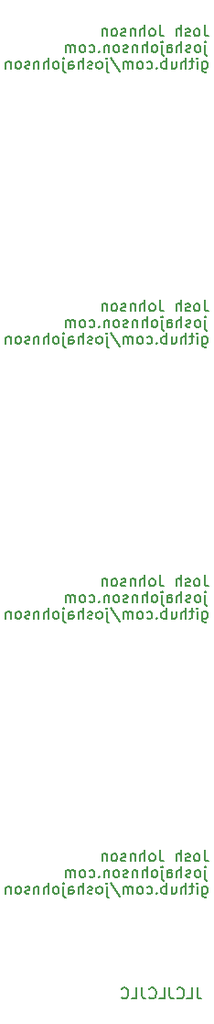
<source format=gbr>
G04 #@! TF.GenerationSoftware,KiCad,Pcbnew,(5.1.2)-1*
G04 #@! TF.CreationDate,2019-07-17T12:19:40+10:00*
G04 #@! TF.ProjectId,output.panel,6f757470-7574-42e7-9061-6e656c2e6b69,rev?*
G04 #@! TF.SameCoordinates,Original*
G04 #@! TF.FileFunction,Legend,Bot*
G04 #@! TF.FilePolarity,Positive*
%FSLAX46Y46*%
G04 Gerber Fmt 4.6, Leading zero omitted, Abs format (unit mm)*
G04 Created by KiCad (PCBNEW (5.1.2)-1) date 2019-07-17 12:19:40*
%MOMM*%
%LPD*%
G04 APERTURE LIST*
%ADD10C,0.200000*%
%ADD11C,0.150000*%
G04 APERTURE END LIST*
D10*
X129833333Y-152952380D02*
X129833333Y-153666666D01*
X129880952Y-153809523D01*
X129976190Y-153904761D01*
X130119047Y-153952380D01*
X130214285Y-153952380D01*
X128880952Y-153952380D02*
X129357142Y-153952380D01*
X129357142Y-152952380D01*
X127976190Y-153857142D02*
X128023809Y-153904761D01*
X128166666Y-153952380D01*
X128261904Y-153952380D01*
X128404761Y-153904761D01*
X128500000Y-153809523D01*
X128547619Y-153714285D01*
X128595238Y-153523809D01*
X128595238Y-153380952D01*
X128547619Y-153190476D01*
X128500000Y-153095238D01*
X128404761Y-153000000D01*
X128261904Y-152952380D01*
X128166666Y-152952380D01*
X128023809Y-153000000D01*
X127976190Y-153047619D01*
X127261904Y-152952380D02*
X127261904Y-153666666D01*
X127309523Y-153809523D01*
X127404761Y-153904761D01*
X127547619Y-153952380D01*
X127642857Y-153952380D01*
X126309523Y-153952380D02*
X126785714Y-153952380D01*
X126785714Y-152952380D01*
X125404761Y-153857142D02*
X125452380Y-153904761D01*
X125595238Y-153952380D01*
X125690476Y-153952380D01*
X125833333Y-153904761D01*
X125928571Y-153809523D01*
X125976190Y-153714285D01*
X126023809Y-153523809D01*
X126023809Y-153380952D01*
X125976190Y-153190476D01*
X125928571Y-153095238D01*
X125833333Y-153000000D01*
X125690476Y-152952380D01*
X125595238Y-152952380D01*
X125452380Y-153000000D01*
X125404761Y-153047619D01*
X124690476Y-152952380D02*
X124690476Y-153666666D01*
X124738095Y-153809523D01*
X124833333Y-153904761D01*
X124976190Y-153952380D01*
X125071428Y-153952380D01*
X123738095Y-153952380D02*
X124214285Y-153952380D01*
X124214285Y-152952380D01*
X122833333Y-153857142D02*
X122880952Y-153904761D01*
X123023809Y-153952380D01*
X123119047Y-153952380D01*
X123261904Y-153904761D01*
X123357142Y-153809523D01*
X123404761Y-153714285D01*
X123452380Y-153523809D01*
X123452380Y-153380952D01*
X123404761Y-153190476D01*
X123357142Y-153095238D01*
X123261904Y-153000000D01*
X123119047Y-152952380D01*
X123023809Y-152952380D01*
X122880952Y-153000000D01*
X122833333Y-153047619D01*
D11*
X130495238Y-140252380D02*
X130495238Y-140966666D01*
X130542857Y-141109523D01*
X130638095Y-141204761D01*
X130780952Y-141252380D01*
X130876190Y-141252380D01*
X129876190Y-141252380D02*
X129971428Y-141204761D01*
X130019047Y-141157142D01*
X130066666Y-141061904D01*
X130066666Y-140776190D01*
X130019047Y-140680952D01*
X129971428Y-140633333D01*
X129876190Y-140585714D01*
X129733333Y-140585714D01*
X129638095Y-140633333D01*
X129590476Y-140680952D01*
X129542857Y-140776190D01*
X129542857Y-141061904D01*
X129590476Y-141157142D01*
X129638095Y-141204761D01*
X129733333Y-141252380D01*
X129876190Y-141252380D01*
X129161904Y-141204761D02*
X129066666Y-141252380D01*
X128876190Y-141252380D01*
X128780952Y-141204761D01*
X128733333Y-141109523D01*
X128733333Y-141061904D01*
X128780952Y-140966666D01*
X128876190Y-140919047D01*
X129019047Y-140919047D01*
X129114285Y-140871428D01*
X129161904Y-140776190D01*
X129161904Y-140728571D01*
X129114285Y-140633333D01*
X129019047Y-140585714D01*
X128876190Y-140585714D01*
X128780952Y-140633333D01*
X128304761Y-141252380D02*
X128304761Y-140252380D01*
X127876190Y-141252380D02*
X127876190Y-140728571D01*
X127923809Y-140633333D01*
X128019047Y-140585714D01*
X128161904Y-140585714D01*
X128257142Y-140633333D01*
X128304761Y-140680952D01*
X126352380Y-140252380D02*
X126352380Y-140966666D01*
X126400000Y-141109523D01*
X126495238Y-141204761D01*
X126638095Y-141252380D01*
X126733333Y-141252380D01*
X125733333Y-141252380D02*
X125828571Y-141204761D01*
X125876190Y-141157142D01*
X125923809Y-141061904D01*
X125923809Y-140776190D01*
X125876190Y-140680952D01*
X125828571Y-140633333D01*
X125733333Y-140585714D01*
X125590476Y-140585714D01*
X125495238Y-140633333D01*
X125447619Y-140680952D01*
X125400000Y-140776190D01*
X125400000Y-141061904D01*
X125447619Y-141157142D01*
X125495238Y-141204761D01*
X125590476Y-141252380D01*
X125733333Y-141252380D01*
X124971428Y-141252380D02*
X124971428Y-140252380D01*
X124542857Y-141252380D02*
X124542857Y-140728571D01*
X124590476Y-140633333D01*
X124685714Y-140585714D01*
X124828571Y-140585714D01*
X124923809Y-140633333D01*
X124971428Y-140680952D01*
X124066666Y-140585714D02*
X124066666Y-141252380D01*
X124066666Y-140680952D02*
X124019047Y-140633333D01*
X123923809Y-140585714D01*
X123780952Y-140585714D01*
X123685714Y-140633333D01*
X123638095Y-140728571D01*
X123638095Y-141252380D01*
X123209523Y-141204761D02*
X123114285Y-141252380D01*
X122923809Y-141252380D01*
X122828571Y-141204761D01*
X122780952Y-141109523D01*
X122780952Y-141061904D01*
X122828571Y-140966666D01*
X122923809Y-140919047D01*
X123066666Y-140919047D01*
X123161904Y-140871428D01*
X123209523Y-140776190D01*
X123209523Y-140728571D01*
X123161904Y-140633333D01*
X123066666Y-140585714D01*
X122923809Y-140585714D01*
X122828571Y-140633333D01*
X122209523Y-141252380D02*
X122304761Y-141204761D01*
X122352380Y-141157142D01*
X122400000Y-141061904D01*
X122400000Y-140776190D01*
X122352380Y-140680952D01*
X122304761Y-140633333D01*
X122209523Y-140585714D01*
X122066666Y-140585714D01*
X121971428Y-140633333D01*
X121923809Y-140680952D01*
X121876190Y-140776190D01*
X121876190Y-141061904D01*
X121923809Y-141157142D01*
X121971428Y-141204761D01*
X122066666Y-141252380D01*
X122209523Y-141252380D01*
X121447619Y-140585714D02*
X121447619Y-141252380D01*
X121447619Y-140680952D02*
X121400000Y-140633333D01*
X121304761Y-140585714D01*
X121161904Y-140585714D01*
X121066666Y-140633333D01*
X121019047Y-140728571D01*
X121019047Y-141252380D01*
X130552380Y-142085714D02*
X130552380Y-142942857D01*
X130600000Y-143038095D01*
X130695238Y-143085714D01*
X130742857Y-143085714D01*
X130552380Y-141752380D02*
X130600000Y-141800000D01*
X130552380Y-141847619D01*
X130504761Y-141800000D01*
X130552380Y-141752380D01*
X130552380Y-141847619D01*
X129933333Y-142752380D02*
X130028571Y-142704761D01*
X130076190Y-142657142D01*
X130123809Y-142561904D01*
X130123809Y-142276190D01*
X130076190Y-142180952D01*
X130028571Y-142133333D01*
X129933333Y-142085714D01*
X129790476Y-142085714D01*
X129695238Y-142133333D01*
X129647619Y-142180952D01*
X129600000Y-142276190D01*
X129600000Y-142561904D01*
X129647619Y-142657142D01*
X129695238Y-142704761D01*
X129790476Y-142752380D01*
X129933333Y-142752380D01*
X129219047Y-142704761D02*
X129123809Y-142752380D01*
X128933333Y-142752380D01*
X128838095Y-142704761D01*
X128790476Y-142609523D01*
X128790476Y-142561904D01*
X128838095Y-142466666D01*
X128933333Y-142419047D01*
X129076190Y-142419047D01*
X129171428Y-142371428D01*
X129219047Y-142276190D01*
X129219047Y-142228571D01*
X129171428Y-142133333D01*
X129076190Y-142085714D01*
X128933333Y-142085714D01*
X128838095Y-142133333D01*
X128361904Y-142752380D02*
X128361904Y-141752380D01*
X127933333Y-142752380D02*
X127933333Y-142228571D01*
X127980952Y-142133333D01*
X128076190Y-142085714D01*
X128219047Y-142085714D01*
X128314285Y-142133333D01*
X128361904Y-142180952D01*
X127028571Y-142752380D02*
X127028571Y-142228571D01*
X127076190Y-142133333D01*
X127171428Y-142085714D01*
X127361904Y-142085714D01*
X127457142Y-142133333D01*
X127028571Y-142704761D02*
X127123809Y-142752380D01*
X127361904Y-142752380D01*
X127457142Y-142704761D01*
X127504761Y-142609523D01*
X127504761Y-142514285D01*
X127457142Y-142419047D01*
X127361904Y-142371428D01*
X127123809Y-142371428D01*
X127028571Y-142323809D01*
X126552380Y-142085714D02*
X126552380Y-142942857D01*
X126600000Y-143038095D01*
X126695238Y-143085714D01*
X126742857Y-143085714D01*
X126552380Y-141752380D02*
X126600000Y-141800000D01*
X126552380Y-141847619D01*
X126504761Y-141800000D01*
X126552380Y-141752380D01*
X126552380Y-141847619D01*
X125933333Y-142752380D02*
X126028571Y-142704761D01*
X126076190Y-142657142D01*
X126123809Y-142561904D01*
X126123809Y-142276190D01*
X126076190Y-142180952D01*
X126028571Y-142133333D01*
X125933333Y-142085714D01*
X125790476Y-142085714D01*
X125695238Y-142133333D01*
X125647619Y-142180952D01*
X125600000Y-142276190D01*
X125600000Y-142561904D01*
X125647619Y-142657142D01*
X125695238Y-142704761D01*
X125790476Y-142752380D01*
X125933333Y-142752380D01*
X125171428Y-142752380D02*
X125171428Y-141752380D01*
X124742857Y-142752380D02*
X124742857Y-142228571D01*
X124790476Y-142133333D01*
X124885714Y-142085714D01*
X125028571Y-142085714D01*
X125123809Y-142133333D01*
X125171428Y-142180952D01*
X124266666Y-142085714D02*
X124266666Y-142752380D01*
X124266666Y-142180952D02*
X124219047Y-142133333D01*
X124123809Y-142085714D01*
X123980952Y-142085714D01*
X123885714Y-142133333D01*
X123838095Y-142228571D01*
X123838095Y-142752380D01*
X123409523Y-142704761D02*
X123314285Y-142752380D01*
X123123809Y-142752380D01*
X123028571Y-142704761D01*
X122980952Y-142609523D01*
X122980952Y-142561904D01*
X123028571Y-142466666D01*
X123123809Y-142419047D01*
X123266666Y-142419047D01*
X123361904Y-142371428D01*
X123409523Y-142276190D01*
X123409523Y-142228571D01*
X123361904Y-142133333D01*
X123266666Y-142085714D01*
X123123809Y-142085714D01*
X123028571Y-142133333D01*
X122409523Y-142752380D02*
X122504761Y-142704761D01*
X122552380Y-142657142D01*
X122600000Y-142561904D01*
X122600000Y-142276190D01*
X122552380Y-142180952D01*
X122504761Y-142133333D01*
X122409523Y-142085714D01*
X122266666Y-142085714D01*
X122171428Y-142133333D01*
X122123809Y-142180952D01*
X122076190Y-142276190D01*
X122076190Y-142561904D01*
X122123809Y-142657142D01*
X122171428Y-142704761D01*
X122266666Y-142752380D01*
X122409523Y-142752380D01*
X121647619Y-142085714D02*
X121647619Y-142752380D01*
X121647619Y-142180952D02*
X121600000Y-142133333D01*
X121504761Y-142085714D01*
X121361904Y-142085714D01*
X121266666Y-142133333D01*
X121219047Y-142228571D01*
X121219047Y-142752380D01*
X120742857Y-142657142D02*
X120695238Y-142704761D01*
X120742857Y-142752380D01*
X120790476Y-142704761D01*
X120742857Y-142657142D01*
X120742857Y-142752380D01*
X119838095Y-142704761D02*
X119933333Y-142752380D01*
X120123809Y-142752380D01*
X120219047Y-142704761D01*
X120266666Y-142657142D01*
X120314285Y-142561904D01*
X120314285Y-142276190D01*
X120266666Y-142180952D01*
X120219047Y-142133333D01*
X120123809Y-142085714D01*
X119933333Y-142085714D01*
X119838095Y-142133333D01*
X119266666Y-142752380D02*
X119361904Y-142704761D01*
X119409523Y-142657142D01*
X119457142Y-142561904D01*
X119457142Y-142276190D01*
X119409523Y-142180952D01*
X119361904Y-142133333D01*
X119266666Y-142085714D01*
X119123809Y-142085714D01*
X119028571Y-142133333D01*
X118980952Y-142180952D01*
X118933333Y-142276190D01*
X118933333Y-142561904D01*
X118980952Y-142657142D01*
X119028571Y-142704761D01*
X119123809Y-142752380D01*
X119266666Y-142752380D01*
X118504761Y-142752380D02*
X118504761Y-142085714D01*
X118504761Y-142180952D02*
X118457142Y-142133333D01*
X118361904Y-142085714D01*
X118219047Y-142085714D01*
X118123809Y-142133333D01*
X118076190Y-142228571D01*
X118076190Y-142752380D01*
X118076190Y-142228571D02*
X118028571Y-142133333D01*
X117933333Y-142085714D01*
X117790476Y-142085714D01*
X117695238Y-142133333D01*
X117647619Y-142228571D01*
X117647619Y-142752380D01*
X130307352Y-143617714D02*
X130307352Y-144427238D01*
X130354971Y-144522476D01*
X130402590Y-144570095D01*
X130497828Y-144617714D01*
X130640685Y-144617714D01*
X130735923Y-144570095D01*
X130307352Y-144236761D02*
X130402590Y-144284380D01*
X130593066Y-144284380D01*
X130688304Y-144236761D01*
X130735923Y-144189142D01*
X130783542Y-144093904D01*
X130783542Y-143808190D01*
X130735923Y-143712952D01*
X130688304Y-143665333D01*
X130593066Y-143617714D01*
X130402590Y-143617714D01*
X130307352Y-143665333D01*
X129831161Y-144284380D02*
X129831161Y-143617714D01*
X129831161Y-143284380D02*
X129878780Y-143332000D01*
X129831161Y-143379619D01*
X129783542Y-143332000D01*
X129831161Y-143284380D01*
X129831161Y-143379619D01*
X129497828Y-143617714D02*
X129116876Y-143617714D01*
X129354971Y-143284380D02*
X129354971Y-144141523D01*
X129307352Y-144236761D01*
X129212114Y-144284380D01*
X129116876Y-144284380D01*
X128783542Y-144284380D02*
X128783542Y-143284380D01*
X128354971Y-144284380D02*
X128354971Y-143760571D01*
X128402590Y-143665333D01*
X128497828Y-143617714D01*
X128640685Y-143617714D01*
X128735923Y-143665333D01*
X128783542Y-143712952D01*
X127450209Y-143617714D02*
X127450209Y-144284380D01*
X127878780Y-143617714D02*
X127878780Y-144141523D01*
X127831161Y-144236761D01*
X127735923Y-144284380D01*
X127593066Y-144284380D01*
X127497828Y-144236761D01*
X127450209Y-144189142D01*
X126974019Y-144284380D02*
X126974019Y-143284380D01*
X126974019Y-143665333D02*
X126878780Y-143617714D01*
X126688304Y-143617714D01*
X126593066Y-143665333D01*
X126545447Y-143712952D01*
X126497828Y-143808190D01*
X126497828Y-144093904D01*
X126545447Y-144189142D01*
X126593066Y-144236761D01*
X126688304Y-144284380D01*
X126878780Y-144284380D01*
X126974019Y-144236761D01*
X126069257Y-144189142D02*
X126021638Y-144236761D01*
X126069257Y-144284380D01*
X126116876Y-144236761D01*
X126069257Y-144189142D01*
X126069257Y-144284380D01*
X125164495Y-144236761D02*
X125259733Y-144284380D01*
X125450209Y-144284380D01*
X125545447Y-144236761D01*
X125593066Y-144189142D01*
X125640685Y-144093904D01*
X125640685Y-143808190D01*
X125593066Y-143712952D01*
X125545447Y-143665333D01*
X125450209Y-143617714D01*
X125259733Y-143617714D01*
X125164495Y-143665333D01*
X124593066Y-144284380D02*
X124688304Y-144236761D01*
X124735923Y-144189142D01*
X124783542Y-144093904D01*
X124783542Y-143808190D01*
X124735923Y-143712952D01*
X124688304Y-143665333D01*
X124593066Y-143617714D01*
X124450209Y-143617714D01*
X124354971Y-143665333D01*
X124307352Y-143712952D01*
X124259733Y-143808190D01*
X124259733Y-144093904D01*
X124307352Y-144189142D01*
X124354971Y-144236761D01*
X124450209Y-144284380D01*
X124593066Y-144284380D01*
X123831161Y-144284380D02*
X123831161Y-143617714D01*
X123831161Y-143712952D02*
X123783542Y-143665333D01*
X123688304Y-143617714D01*
X123545447Y-143617714D01*
X123450209Y-143665333D01*
X123402590Y-143760571D01*
X123402590Y-144284380D01*
X123402590Y-143760571D02*
X123354971Y-143665333D01*
X123259733Y-143617714D01*
X123116876Y-143617714D01*
X123021638Y-143665333D01*
X122974019Y-143760571D01*
X122974019Y-144284380D01*
X121783542Y-143236761D02*
X122640685Y-144522476D01*
X121450209Y-143617714D02*
X121450209Y-144474857D01*
X121497828Y-144570095D01*
X121593066Y-144617714D01*
X121640685Y-144617714D01*
X121450209Y-143284380D02*
X121497828Y-143332000D01*
X121450209Y-143379619D01*
X121402590Y-143332000D01*
X121450209Y-143284380D01*
X121450209Y-143379619D01*
X120831161Y-144284380D02*
X120926400Y-144236761D01*
X120974019Y-144189142D01*
X121021638Y-144093904D01*
X121021638Y-143808190D01*
X120974019Y-143712952D01*
X120926400Y-143665333D01*
X120831161Y-143617714D01*
X120688304Y-143617714D01*
X120593066Y-143665333D01*
X120545447Y-143712952D01*
X120497828Y-143808190D01*
X120497828Y-144093904D01*
X120545447Y-144189142D01*
X120593066Y-144236761D01*
X120688304Y-144284380D01*
X120831161Y-144284380D01*
X120116876Y-144236761D02*
X120021638Y-144284380D01*
X119831161Y-144284380D01*
X119735923Y-144236761D01*
X119688304Y-144141523D01*
X119688304Y-144093904D01*
X119735923Y-143998666D01*
X119831161Y-143951047D01*
X119974019Y-143951047D01*
X120069257Y-143903428D01*
X120116876Y-143808190D01*
X120116876Y-143760571D01*
X120069257Y-143665333D01*
X119974019Y-143617714D01*
X119831161Y-143617714D01*
X119735923Y-143665333D01*
X119259733Y-144284380D02*
X119259733Y-143284380D01*
X118831161Y-144284380D02*
X118831161Y-143760571D01*
X118878780Y-143665333D01*
X118974019Y-143617714D01*
X119116876Y-143617714D01*
X119212114Y-143665333D01*
X119259733Y-143712952D01*
X117926400Y-144284380D02*
X117926400Y-143760571D01*
X117974019Y-143665333D01*
X118069257Y-143617714D01*
X118259733Y-143617714D01*
X118354971Y-143665333D01*
X117926400Y-144236761D02*
X118021638Y-144284380D01*
X118259733Y-144284380D01*
X118354971Y-144236761D01*
X118402590Y-144141523D01*
X118402590Y-144046285D01*
X118354971Y-143951047D01*
X118259733Y-143903428D01*
X118021638Y-143903428D01*
X117926400Y-143855809D01*
X117450209Y-143617714D02*
X117450209Y-144474857D01*
X117497828Y-144570095D01*
X117593066Y-144617714D01*
X117640685Y-144617714D01*
X117450209Y-143284380D02*
X117497828Y-143332000D01*
X117450209Y-143379619D01*
X117402590Y-143332000D01*
X117450209Y-143284380D01*
X117450209Y-143379619D01*
X116831161Y-144284380D02*
X116926400Y-144236761D01*
X116974019Y-144189142D01*
X117021638Y-144093904D01*
X117021638Y-143808190D01*
X116974019Y-143712952D01*
X116926400Y-143665333D01*
X116831161Y-143617714D01*
X116688304Y-143617714D01*
X116593066Y-143665333D01*
X116545447Y-143712952D01*
X116497828Y-143808190D01*
X116497828Y-144093904D01*
X116545447Y-144189142D01*
X116593066Y-144236761D01*
X116688304Y-144284380D01*
X116831161Y-144284380D01*
X116069257Y-144284380D02*
X116069257Y-143284380D01*
X115640685Y-144284380D02*
X115640685Y-143760571D01*
X115688304Y-143665333D01*
X115783542Y-143617714D01*
X115926400Y-143617714D01*
X116021638Y-143665333D01*
X116069257Y-143712952D01*
X115164495Y-143617714D02*
X115164495Y-144284380D01*
X115164495Y-143712952D02*
X115116876Y-143665333D01*
X115021638Y-143617714D01*
X114878780Y-143617714D01*
X114783542Y-143665333D01*
X114735923Y-143760571D01*
X114735923Y-144284380D01*
X114307352Y-144236761D02*
X114212114Y-144284380D01*
X114021638Y-144284380D01*
X113926400Y-144236761D01*
X113878780Y-144141523D01*
X113878780Y-144093904D01*
X113926400Y-143998666D01*
X114021638Y-143951047D01*
X114164495Y-143951047D01*
X114259733Y-143903428D01*
X114307352Y-143808190D01*
X114307352Y-143760571D01*
X114259733Y-143665333D01*
X114164495Y-143617714D01*
X114021638Y-143617714D01*
X113926400Y-143665333D01*
X113307352Y-144284380D02*
X113402590Y-144236761D01*
X113450209Y-144189142D01*
X113497828Y-144093904D01*
X113497828Y-143808190D01*
X113450209Y-143712952D01*
X113402590Y-143665333D01*
X113307352Y-143617714D01*
X113164495Y-143617714D01*
X113069257Y-143665333D01*
X113021638Y-143712952D01*
X112974019Y-143808190D01*
X112974019Y-144093904D01*
X113021638Y-144189142D01*
X113069257Y-144236761D01*
X113164495Y-144284380D01*
X113307352Y-144284380D01*
X112545447Y-143617714D02*
X112545447Y-144284380D01*
X112545447Y-143712952D02*
X112497828Y-143665333D01*
X112402590Y-143617714D01*
X112259733Y-143617714D01*
X112164495Y-143665333D01*
X112116876Y-143760571D01*
X112116876Y-144284380D01*
X130495238Y-114852380D02*
X130495238Y-115566666D01*
X130542857Y-115709523D01*
X130638095Y-115804761D01*
X130780952Y-115852380D01*
X130876190Y-115852380D01*
X129876190Y-115852380D02*
X129971428Y-115804761D01*
X130019047Y-115757142D01*
X130066666Y-115661904D01*
X130066666Y-115376190D01*
X130019047Y-115280952D01*
X129971428Y-115233333D01*
X129876190Y-115185714D01*
X129733333Y-115185714D01*
X129638095Y-115233333D01*
X129590476Y-115280952D01*
X129542857Y-115376190D01*
X129542857Y-115661904D01*
X129590476Y-115757142D01*
X129638095Y-115804761D01*
X129733333Y-115852380D01*
X129876190Y-115852380D01*
X129161904Y-115804761D02*
X129066666Y-115852380D01*
X128876190Y-115852380D01*
X128780952Y-115804761D01*
X128733333Y-115709523D01*
X128733333Y-115661904D01*
X128780952Y-115566666D01*
X128876190Y-115519047D01*
X129019047Y-115519047D01*
X129114285Y-115471428D01*
X129161904Y-115376190D01*
X129161904Y-115328571D01*
X129114285Y-115233333D01*
X129019047Y-115185714D01*
X128876190Y-115185714D01*
X128780952Y-115233333D01*
X128304761Y-115852380D02*
X128304761Y-114852380D01*
X127876190Y-115852380D02*
X127876190Y-115328571D01*
X127923809Y-115233333D01*
X128019047Y-115185714D01*
X128161904Y-115185714D01*
X128257142Y-115233333D01*
X128304761Y-115280952D01*
X126352380Y-114852380D02*
X126352380Y-115566666D01*
X126400000Y-115709523D01*
X126495238Y-115804761D01*
X126638095Y-115852380D01*
X126733333Y-115852380D01*
X125733333Y-115852380D02*
X125828571Y-115804761D01*
X125876190Y-115757142D01*
X125923809Y-115661904D01*
X125923809Y-115376190D01*
X125876190Y-115280952D01*
X125828571Y-115233333D01*
X125733333Y-115185714D01*
X125590476Y-115185714D01*
X125495238Y-115233333D01*
X125447619Y-115280952D01*
X125400000Y-115376190D01*
X125400000Y-115661904D01*
X125447619Y-115757142D01*
X125495238Y-115804761D01*
X125590476Y-115852380D01*
X125733333Y-115852380D01*
X124971428Y-115852380D02*
X124971428Y-114852380D01*
X124542857Y-115852380D02*
X124542857Y-115328571D01*
X124590476Y-115233333D01*
X124685714Y-115185714D01*
X124828571Y-115185714D01*
X124923809Y-115233333D01*
X124971428Y-115280952D01*
X124066666Y-115185714D02*
X124066666Y-115852380D01*
X124066666Y-115280952D02*
X124019047Y-115233333D01*
X123923809Y-115185714D01*
X123780952Y-115185714D01*
X123685714Y-115233333D01*
X123638095Y-115328571D01*
X123638095Y-115852380D01*
X123209523Y-115804761D02*
X123114285Y-115852380D01*
X122923809Y-115852380D01*
X122828571Y-115804761D01*
X122780952Y-115709523D01*
X122780952Y-115661904D01*
X122828571Y-115566666D01*
X122923809Y-115519047D01*
X123066666Y-115519047D01*
X123161904Y-115471428D01*
X123209523Y-115376190D01*
X123209523Y-115328571D01*
X123161904Y-115233333D01*
X123066666Y-115185714D01*
X122923809Y-115185714D01*
X122828571Y-115233333D01*
X122209523Y-115852380D02*
X122304761Y-115804761D01*
X122352380Y-115757142D01*
X122400000Y-115661904D01*
X122400000Y-115376190D01*
X122352380Y-115280952D01*
X122304761Y-115233333D01*
X122209523Y-115185714D01*
X122066666Y-115185714D01*
X121971428Y-115233333D01*
X121923809Y-115280952D01*
X121876190Y-115376190D01*
X121876190Y-115661904D01*
X121923809Y-115757142D01*
X121971428Y-115804761D01*
X122066666Y-115852380D01*
X122209523Y-115852380D01*
X121447619Y-115185714D02*
X121447619Y-115852380D01*
X121447619Y-115280952D02*
X121400000Y-115233333D01*
X121304761Y-115185714D01*
X121161904Y-115185714D01*
X121066666Y-115233333D01*
X121019047Y-115328571D01*
X121019047Y-115852380D01*
X130552380Y-116685714D02*
X130552380Y-117542857D01*
X130600000Y-117638095D01*
X130695238Y-117685714D01*
X130742857Y-117685714D01*
X130552380Y-116352380D02*
X130600000Y-116400000D01*
X130552380Y-116447619D01*
X130504761Y-116400000D01*
X130552380Y-116352380D01*
X130552380Y-116447619D01*
X129933333Y-117352380D02*
X130028571Y-117304761D01*
X130076190Y-117257142D01*
X130123809Y-117161904D01*
X130123809Y-116876190D01*
X130076190Y-116780952D01*
X130028571Y-116733333D01*
X129933333Y-116685714D01*
X129790476Y-116685714D01*
X129695238Y-116733333D01*
X129647619Y-116780952D01*
X129600000Y-116876190D01*
X129600000Y-117161904D01*
X129647619Y-117257142D01*
X129695238Y-117304761D01*
X129790476Y-117352380D01*
X129933333Y-117352380D01*
X129219047Y-117304761D02*
X129123809Y-117352380D01*
X128933333Y-117352380D01*
X128838095Y-117304761D01*
X128790476Y-117209523D01*
X128790476Y-117161904D01*
X128838095Y-117066666D01*
X128933333Y-117019047D01*
X129076190Y-117019047D01*
X129171428Y-116971428D01*
X129219047Y-116876190D01*
X129219047Y-116828571D01*
X129171428Y-116733333D01*
X129076190Y-116685714D01*
X128933333Y-116685714D01*
X128838095Y-116733333D01*
X128361904Y-117352380D02*
X128361904Y-116352380D01*
X127933333Y-117352380D02*
X127933333Y-116828571D01*
X127980952Y-116733333D01*
X128076190Y-116685714D01*
X128219047Y-116685714D01*
X128314285Y-116733333D01*
X128361904Y-116780952D01*
X127028571Y-117352380D02*
X127028571Y-116828571D01*
X127076190Y-116733333D01*
X127171428Y-116685714D01*
X127361904Y-116685714D01*
X127457142Y-116733333D01*
X127028571Y-117304761D02*
X127123809Y-117352380D01*
X127361904Y-117352380D01*
X127457142Y-117304761D01*
X127504761Y-117209523D01*
X127504761Y-117114285D01*
X127457142Y-117019047D01*
X127361904Y-116971428D01*
X127123809Y-116971428D01*
X127028571Y-116923809D01*
X126552380Y-116685714D02*
X126552380Y-117542857D01*
X126600000Y-117638095D01*
X126695238Y-117685714D01*
X126742857Y-117685714D01*
X126552380Y-116352380D02*
X126600000Y-116400000D01*
X126552380Y-116447619D01*
X126504761Y-116400000D01*
X126552380Y-116352380D01*
X126552380Y-116447619D01*
X125933333Y-117352380D02*
X126028571Y-117304761D01*
X126076190Y-117257142D01*
X126123809Y-117161904D01*
X126123809Y-116876190D01*
X126076190Y-116780952D01*
X126028571Y-116733333D01*
X125933333Y-116685714D01*
X125790476Y-116685714D01*
X125695238Y-116733333D01*
X125647619Y-116780952D01*
X125600000Y-116876190D01*
X125600000Y-117161904D01*
X125647619Y-117257142D01*
X125695238Y-117304761D01*
X125790476Y-117352380D01*
X125933333Y-117352380D01*
X125171428Y-117352380D02*
X125171428Y-116352380D01*
X124742857Y-117352380D02*
X124742857Y-116828571D01*
X124790476Y-116733333D01*
X124885714Y-116685714D01*
X125028571Y-116685714D01*
X125123809Y-116733333D01*
X125171428Y-116780952D01*
X124266666Y-116685714D02*
X124266666Y-117352380D01*
X124266666Y-116780952D02*
X124219047Y-116733333D01*
X124123809Y-116685714D01*
X123980952Y-116685714D01*
X123885714Y-116733333D01*
X123838095Y-116828571D01*
X123838095Y-117352380D01*
X123409523Y-117304761D02*
X123314285Y-117352380D01*
X123123809Y-117352380D01*
X123028571Y-117304761D01*
X122980952Y-117209523D01*
X122980952Y-117161904D01*
X123028571Y-117066666D01*
X123123809Y-117019047D01*
X123266666Y-117019047D01*
X123361904Y-116971428D01*
X123409523Y-116876190D01*
X123409523Y-116828571D01*
X123361904Y-116733333D01*
X123266666Y-116685714D01*
X123123809Y-116685714D01*
X123028571Y-116733333D01*
X122409523Y-117352380D02*
X122504761Y-117304761D01*
X122552380Y-117257142D01*
X122600000Y-117161904D01*
X122600000Y-116876190D01*
X122552380Y-116780952D01*
X122504761Y-116733333D01*
X122409523Y-116685714D01*
X122266666Y-116685714D01*
X122171428Y-116733333D01*
X122123809Y-116780952D01*
X122076190Y-116876190D01*
X122076190Y-117161904D01*
X122123809Y-117257142D01*
X122171428Y-117304761D01*
X122266666Y-117352380D01*
X122409523Y-117352380D01*
X121647619Y-116685714D02*
X121647619Y-117352380D01*
X121647619Y-116780952D02*
X121600000Y-116733333D01*
X121504761Y-116685714D01*
X121361904Y-116685714D01*
X121266666Y-116733333D01*
X121219047Y-116828571D01*
X121219047Y-117352380D01*
X120742857Y-117257142D02*
X120695238Y-117304761D01*
X120742857Y-117352380D01*
X120790476Y-117304761D01*
X120742857Y-117257142D01*
X120742857Y-117352380D01*
X119838095Y-117304761D02*
X119933333Y-117352380D01*
X120123809Y-117352380D01*
X120219047Y-117304761D01*
X120266666Y-117257142D01*
X120314285Y-117161904D01*
X120314285Y-116876190D01*
X120266666Y-116780952D01*
X120219047Y-116733333D01*
X120123809Y-116685714D01*
X119933333Y-116685714D01*
X119838095Y-116733333D01*
X119266666Y-117352380D02*
X119361904Y-117304761D01*
X119409523Y-117257142D01*
X119457142Y-117161904D01*
X119457142Y-116876190D01*
X119409523Y-116780952D01*
X119361904Y-116733333D01*
X119266666Y-116685714D01*
X119123809Y-116685714D01*
X119028571Y-116733333D01*
X118980952Y-116780952D01*
X118933333Y-116876190D01*
X118933333Y-117161904D01*
X118980952Y-117257142D01*
X119028571Y-117304761D01*
X119123809Y-117352380D01*
X119266666Y-117352380D01*
X118504761Y-117352380D02*
X118504761Y-116685714D01*
X118504761Y-116780952D02*
X118457142Y-116733333D01*
X118361904Y-116685714D01*
X118219047Y-116685714D01*
X118123809Y-116733333D01*
X118076190Y-116828571D01*
X118076190Y-117352380D01*
X118076190Y-116828571D02*
X118028571Y-116733333D01*
X117933333Y-116685714D01*
X117790476Y-116685714D01*
X117695238Y-116733333D01*
X117647619Y-116828571D01*
X117647619Y-117352380D01*
X130307352Y-118217714D02*
X130307352Y-119027238D01*
X130354971Y-119122476D01*
X130402590Y-119170095D01*
X130497828Y-119217714D01*
X130640685Y-119217714D01*
X130735923Y-119170095D01*
X130307352Y-118836761D02*
X130402590Y-118884380D01*
X130593066Y-118884380D01*
X130688304Y-118836761D01*
X130735923Y-118789142D01*
X130783542Y-118693904D01*
X130783542Y-118408190D01*
X130735923Y-118312952D01*
X130688304Y-118265333D01*
X130593066Y-118217714D01*
X130402590Y-118217714D01*
X130307352Y-118265333D01*
X129831161Y-118884380D02*
X129831161Y-118217714D01*
X129831161Y-117884380D02*
X129878780Y-117932000D01*
X129831161Y-117979619D01*
X129783542Y-117932000D01*
X129831161Y-117884380D01*
X129831161Y-117979619D01*
X129497828Y-118217714D02*
X129116876Y-118217714D01*
X129354971Y-117884380D02*
X129354971Y-118741523D01*
X129307352Y-118836761D01*
X129212114Y-118884380D01*
X129116876Y-118884380D01*
X128783542Y-118884380D02*
X128783542Y-117884380D01*
X128354971Y-118884380D02*
X128354971Y-118360571D01*
X128402590Y-118265333D01*
X128497828Y-118217714D01*
X128640685Y-118217714D01*
X128735923Y-118265333D01*
X128783542Y-118312952D01*
X127450209Y-118217714D02*
X127450209Y-118884380D01*
X127878780Y-118217714D02*
X127878780Y-118741523D01*
X127831161Y-118836761D01*
X127735923Y-118884380D01*
X127593066Y-118884380D01*
X127497828Y-118836761D01*
X127450209Y-118789142D01*
X126974019Y-118884380D02*
X126974019Y-117884380D01*
X126974019Y-118265333D02*
X126878780Y-118217714D01*
X126688304Y-118217714D01*
X126593066Y-118265333D01*
X126545447Y-118312952D01*
X126497828Y-118408190D01*
X126497828Y-118693904D01*
X126545447Y-118789142D01*
X126593066Y-118836761D01*
X126688304Y-118884380D01*
X126878780Y-118884380D01*
X126974019Y-118836761D01*
X126069257Y-118789142D02*
X126021638Y-118836761D01*
X126069257Y-118884380D01*
X126116876Y-118836761D01*
X126069257Y-118789142D01*
X126069257Y-118884380D01*
X125164495Y-118836761D02*
X125259733Y-118884380D01*
X125450209Y-118884380D01*
X125545447Y-118836761D01*
X125593066Y-118789142D01*
X125640685Y-118693904D01*
X125640685Y-118408190D01*
X125593066Y-118312952D01*
X125545447Y-118265333D01*
X125450209Y-118217714D01*
X125259733Y-118217714D01*
X125164495Y-118265333D01*
X124593066Y-118884380D02*
X124688304Y-118836761D01*
X124735923Y-118789142D01*
X124783542Y-118693904D01*
X124783542Y-118408190D01*
X124735923Y-118312952D01*
X124688304Y-118265333D01*
X124593066Y-118217714D01*
X124450209Y-118217714D01*
X124354971Y-118265333D01*
X124307352Y-118312952D01*
X124259733Y-118408190D01*
X124259733Y-118693904D01*
X124307352Y-118789142D01*
X124354971Y-118836761D01*
X124450209Y-118884380D01*
X124593066Y-118884380D01*
X123831161Y-118884380D02*
X123831161Y-118217714D01*
X123831161Y-118312952D02*
X123783542Y-118265333D01*
X123688304Y-118217714D01*
X123545447Y-118217714D01*
X123450209Y-118265333D01*
X123402590Y-118360571D01*
X123402590Y-118884380D01*
X123402590Y-118360571D02*
X123354971Y-118265333D01*
X123259733Y-118217714D01*
X123116876Y-118217714D01*
X123021638Y-118265333D01*
X122974019Y-118360571D01*
X122974019Y-118884380D01*
X121783542Y-117836761D02*
X122640685Y-119122476D01*
X121450209Y-118217714D02*
X121450209Y-119074857D01*
X121497828Y-119170095D01*
X121593066Y-119217714D01*
X121640685Y-119217714D01*
X121450209Y-117884380D02*
X121497828Y-117932000D01*
X121450209Y-117979619D01*
X121402590Y-117932000D01*
X121450209Y-117884380D01*
X121450209Y-117979619D01*
X120831161Y-118884380D02*
X120926400Y-118836761D01*
X120974019Y-118789142D01*
X121021638Y-118693904D01*
X121021638Y-118408190D01*
X120974019Y-118312952D01*
X120926400Y-118265333D01*
X120831161Y-118217714D01*
X120688304Y-118217714D01*
X120593066Y-118265333D01*
X120545447Y-118312952D01*
X120497828Y-118408190D01*
X120497828Y-118693904D01*
X120545447Y-118789142D01*
X120593066Y-118836761D01*
X120688304Y-118884380D01*
X120831161Y-118884380D01*
X120116876Y-118836761D02*
X120021638Y-118884380D01*
X119831161Y-118884380D01*
X119735923Y-118836761D01*
X119688304Y-118741523D01*
X119688304Y-118693904D01*
X119735923Y-118598666D01*
X119831161Y-118551047D01*
X119974019Y-118551047D01*
X120069257Y-118503428D01*
X120116876Y-118408190D01*
X120116876Y-118360571D01*
X120069257Y-118265333D01*
X119974019Y-118217714D01*
X119831161Y-118217714D01*
X119735923Y-118265333D01*
X119259733Y-118884380D02*
X119259733Y-117884380D01*
X118831161Y-118884380D02*
X118831161Y-118360571D01*
X118878780Y-118265333D01*
X118974019Y-118217714D01*
X119116876Y-118217714D01*
X119212114Y-118265333D01*
X119259733Y-118312952D01*
X117926400Y-118884380D02*
X117926400Y-118360571D01*
X117974019Y-118265333D01*
X118069257Y-118217714D01*
X118259733Y-118217714D01*
X118354971Y-118265333D01*
X117926400Y-118836761D02*
X118021638Y-118884380D01*
X118259733Y-118884380D01*
X118354971Y-118836761D01*
X118402590Y-118741523D01*
X118402590Y-118646285D01*
X118354971Y-118551047D01*
X118259733Y-118503428D01*
X118021638Y-118503428D01*
X117926400Y-118455809D01*
X117450209Y-118217714D02*
X117450209Y-119074857D01*
X117497828Y-119170095D01*
X117593066Y-119217714D01*
X117640685Y-119217714D01*
X117450209Y-117884380D02*
X117497828Y-117932000D01*
X117450209Y-117979619D01*
X117402590Y-117932000D01*
X117450209Y-117884380D01*
X117450209Y-117979619D01*
X116831161Y-118884380D02*
X116926400Y-118836761D01*
X116974019Y-118789142D01*
X117021638Y-118693904D01*
X117021638Y-118408190D01*
X116974019Y-118312952D01*
X116926400Y-118265333D01*
X116831161Y-118217714D01*
X116688304Y-118217714D01*
X116593066Y-118265333D01*
X116545447Y-118312952D01*
X116497828Y-118408190D01*
X116497828Y-118693904D01*
X116545447Y-118789142D01*
X116593066Y-118836761D01*
X116688304Y-118884380D01*
X116831161Y-118884380D01*
X116069257Y-118884380D02*
X116069257Y-117884380D01*
X115640685Y-118884380D02*
X115640685Y-118360571D01*
X115688304Y-118265333D01*
X115783542Y-118217714D01*
X115926400Y-118217714D01*
X116021638Y-118265333D01*
X116069257Y-118312952D01*
X115164495Y-118217714D02*
X115164495Y-118884380D01*
X115164495Y-118312952D02*
X115116876Y-118265333D01*
X115021638Y-118217714D01*
X114878780Y-118217714D01*
X114783542Y-118265333D01*
X114735923Y-118360571D01*
X114735923Y-118884380D01*
X114307352Y-118836761D02*
X114212114Y-118884380D01*
X114021638Y-118884380D01*
X113926400Y-118836761D01*
X113878780Y-118741523D01*
X113878780Y-118693904D01*
X113926400Y-118598666D01*
X114021638Y-118551047D01*
X114164495Y-118551047D01*
X114259733Y-118503428D01*
X114307352Y-118408190D01*
X114307352Y-118360571D01*
X114259733Y-118265333D01*
X114164495Y-118217714D01*
X114021638Y-118217714D01*
X113926400Y-118265333D01*
X113307352Y-118884380D02*
X113402590Y-118836761D01*
X113450209Y-118789142D01*
X113497828Y-118693904D01*
X113497828Y-118408190D01*
X113450209Y-118312952D01*
X113402590Y-118265333D01*
X113307352Y-118217714D01*
X113164495Y-118217714D01*
X113069257Y-118265333D01*
X113021638Y-118312952D01*
X112974019Y-118408190D01*
X112974019Y-118693904D01*
X113021638Y-118789142D01*
X113069257Y-118836761D01*
X113164495Y-118884380D01*
X113307352Y-118884380D01*
X112545447Y-118217714D02*
X112545447Y-118884380D01*
X112545447Y-118312952D02*
X112497828Y-118265333D01*
X112402590Y-118217714D01*
X112259733Y-118217714D01*
X112164495Y-118265333D01*
X112116876Y-118360571D01*
X112116876Y-118884380D01*
X130495238Y-89452380D02*
X130495238Y-90166666D01*
X130542857Y-90309523D01*
X130638095Y-90404761D01*
X130780952Y-90452380D01*
X130876190Y-90452380D01*
X129876190Y-90452380D02*
X129971428Y-90404761D01*
X130019047Y-90357142D01*
X130066666Y-90261904D01*
X130066666Y-89976190D01*
X130019047Y-89880952D01*
X129971428Y-89833333D01*
X129876190Y-89785714D01*
X129733333Y-89785714D01*
X129638095Y-89833333D01*
X129590476Y-89880952D01*
X129542857Y-89976190D01*
X129542857Y-90261904D01*
X129590476Y-90357142D01*
X129638095Y-90404761D01*
X129733333Y-90452380D01*
X129876190Y-90452380D01*
X129161904Y-90404761D02*
X129066666Y-90452380D01*
X128876190Y-90452380D01*
X128780952Y-90404761D01*
X128733333Y-90309523D01*
X128733333Y-90261904D01*
X128780952Y-90166666D01*
X128876190Y-90119047D01*
X129019047Y-90119047D01*
X129114285Y-90071428D01*
X129161904Y-89976190D01*
X129161904Y-89928571D01*
X129114285Y-89833333D01*
X129019047Y-89785714D01*
X128876190Y-89785714D01*
X128780952Y-89833333D01*
X128304761Y-90452380D02*
X128304761Y-89452380D01*
X127876190Y-90452380D02*
X127876190Y-89928571D01*
X127923809Y-89833333D01*
X128019047Y-89785714D01*
X128161904Y-89785714D01*
X128257142Y-89833333D01*
X128304761Y-89880952D01*
X126352380Y-89452380D02*
X126352380Y-90166666D01*
X126400000Y-90309523D01*
X126495238Y-90404761D01*
X126638095Y-90452380D01*
X126733333Y-90452380D01*
X125733333Y-90452380D02*
X125828571Y-90404761D01*
X125876190Y-90357142D01*
X125923809Y-90261904D01*
X125923809Y-89976190D01*
X125876190Y-89880952D01*
X125828571Y-89833333D01*
X125733333Y-89785714D01*
X125590476Y-89785714D01*
X125495238Y-89833333D01*
X125447619Y-89880952D01*
X125400000Y-89976190D01*
X125400000Y-90261904D01*
X125447619Y-90357142D01*
X125495238Y-90404761D01*
X125590476Y-90452380D01*
X125733333Y-90452380D01*
X124971428Y-90452380D02*
X124971428Y-89452380D01*
X124542857Y-90452380D02*
X124542857Y-89928571D01*
X124590476Y-89833333D01*
X124685714Y-89785714D01*
X124828571Y-89785714D01*
X124923809Y-89833333D01*
X124971428Y-89880952D01*
X124066666Y-89785714D02*
X124066666Y-90452380D01*
X124066666Y-89880952D02*
X124019047Y-89833333D01*
X123923809Y-89785714D01*
X123780952Y-89785714D01*
X123685714Y-89833333D01*
X123638095Y-89928571D01*
X123638095Y-90452380D01*
X123209523Y-90404761D02*
X123114285Y-90452380D01*
X122923809Y-90452380D01*
X122828571Y-90404761D01*
X122780952Y-90309523D01*
X122780952Y-90261904D01*
X122828571Y-90166666D01*
X122923809Y-90119047D01*
X123066666Y-90119047D01*
X123161904Y-90071428D01*
X123209523Y-89976190D01*
X123209523Y-89928571D01*
X123161904Y-89833333D01*
X123066666Y-89785714D01*
X122923809Y-89785714D01*
X122828571Y-89833333D01*
X122209523Y-90452380D02*
X122304761Y-90404761D01*
X122352380Y-90357142D01*
X122400000Y-90261904D01*
X122400000Y-89976190D01*
X122352380Y-89880952D01*
X122304761Y-89833333D01*
X122209523Y-89785714D01*
X122066666Y-89785714D01*
X121971428Y-89833333D01*
X121923809Y-89880952D01*
X121876190Y-89976190D01*
X121876190Y-90261904D01*
X121923809Y-90357142D01*
X121971428Y-90404761D01*
X122066666Y-90452380D01*
X122209523Y-90452380D01*
X121447619Y-89785714D02*
X121447619Y-90452380D01*
X121447619Y-89880952D02*
X121400000Y-89833333D01*
X121304761Y-89785714D01*
X121161904Y-89785714D01*
X121066666Y-89833333D01*
X121019047Y-89928571D01*
X121019047Y-90452380D01*
X130552380Y-91285714D02*
X130552380Y-92142857D01*
X130600000Y-92238095D01*
X130695238Y-92285714D01*
X130742857Y-92285714D01*
X130552380Y-90952380D02*
X130600000Y-91000000D01*
X130552380Y-91047619D01*
X130504761Y-91000000D01*
X130552380Y-90952380D01*
X130552380Y-91047619D01*
X129933333Y-91952380D02*
X130028571Y-91904761D01*
X130076190Y-91857142D01*
X130123809Y-91761904D01*
X130123809Y-91476190D01*
X130076190Y-91380952D01*
X130028571Y-91333333D01*
X129933333Y-91285714D01*
X129790476Y-91285714D01*
X129695238Y-91333333D01*
X129647619Y-91380952D01*
X129600000Y-91476190D01*
X129600000Y-91761904D01*
X129647619Y-91857142D01*
X129695238Y-91904761D01*
X129790476Y-91952380D01*
X129933333Y-91952380D01*
X129219047Y-91904761D02*
X129123809Y-91952380D01*
X128933333Y-91952380D01*
X128838095Y-91904761D01*
X128790476Y-91809523D01*
X128790476Y-91761904D01*
X128838095Y-91666666D01*
X128933333Y-91619047D01*
X129076190Y-91619047D01*
X129171428Y-91571428D01*
X129219047Y-91476190D01*
X129219047Y-91428571D01*
X129171428Y-91333333D01*
X129076190Y-91285714D01*
X128933333Y-91285714D01*
X128838095Y-91333333D01*
X128361904Y-91952380D02*
X128361904Y-90952380D01*
X127933333Y-91952380D02*
X127933333Y-91428571D01*
X127980952Y-91333333D01*
X128076190Y-91285714D01*
X128219047Y-91285714D01*
X128314285Y-91333333D01*
X128361904Y-91380952D01*
X127028571Y-91952380D02*
X127028571Y-91428571D01*
X127076190Y-91333333D01*
X127171428Y-91285714D01*
X127361904Y-91285714D01*
X127457142Y-91333333D01*
X127028571Y-91904761D02*
X127123809Y-91952380D01*
X127361904Y-91952380D01*
X127457142Y-91904761D01*
X127504761Y-91809523D01*
X127504761Y-91714285D01*
X127457142Y-91619047D01*
X127361904Y-91571428D01*
X127123809Y-91571428D01*
X127028571Y-91523809D01*
X126552380Y-91285714D02*
X126552380Y-92142857D01*
X126600000Y-92238095D01*
X126695238Y-92285714D01*
X126742857Y-92285714D01*
X126552380Y-90952380D02*
X126600000Y-91000000D01*
X126552380Y-91047619D01*
X126504761Y-91000000D01*
X126552380Y-90952380D01*
X126552380Y-91047619D01*
X125933333Y-91952380D02*
X126028571Y-91904761D01*
X126076190Y-91857142D01*
X126123809Y-91761904D01*
X126123809Y-91476190D01*
X126076190Y-91380952D01*
X126028571Y-91333333D01*
X125933333Y-91285714D01*
X125790476Y-91285714D01*
X125695238Y-91333333D01*
X125647619Y-91380952D01*
X125600000Y-91476190D01*
X125600000Y-91761904D01*
X125647619Y-91857142D01*
X125695238Y-91904761D01*
X125790476Y-91952380D01*
X125933333Y-91952380D01*
X125171428Y-91952380D02*
X125171428Y-90952380D01*
X124742857Y-91952380D02*
X124742857Y-91428571D01*
X124790476Y-91333333D01*
X124885714Y-91285714D01*
X125028571Y-91285714D01*
X125123809Y-91333333D01*
X125171428Y-91380952D01*
X124266666Y-91285714D02*
X124266666Y-91952380D01*
X124266666Y-91380952D02*
X124219047Y-91333333D01*
X124123809Y-91285714D01*
X123980952Y-91285714D01*
X123885714Y-91333333D01*
X123838095Y-91428571D01*
X123838095Y-91952380D01*
X123409523Y-91904761D02*
X123314285Y-91952380D01*
X123123809Y-91952380D01*
X123028571Y-91904761D01*
X122980952Y-91809523D01*
X122980952Y-91761904D01*
X123028571Y-91666666D01*
X123123809Y-91619047D01*
X123266666Y-91619047D01*
X123361904Y-91571428D01*
X123409523Y-91476190D01*
X123409523Y-91428571D01*
X123361904Y-91333333D01*
X123266666Y-91285714D01*
X123123809Y-91285714D01*
X123028571Y-91333333D01*
X122409523Y-91952380D02*
X122504761Y-91904761D01*
X122552380Y-91857142D01*
X122600000Y-91761904D01*
X122600000Y-91476190D01*
X122552380Y-91380952D01*
X122504761Y-91333333D01*
X122409523Y-91285714D01*
X122266666Y-91285714D01*
X122171428Y-91333333D01*
X122123809Y-91380952D01*
X122076190Y-91476190D01*
X122076190Y-91761904D01*
X122123809Y-91857142D01*
X122171428Y-91904761D01*
X122266666Y-91952380D01*
X122409523Y-91952380D01*
X121647619Y-91285714D02*
X121647619Y-91952380D01*
X121647619Y-91380952D02*
X121600000Y-91333333D01*
X121504761Y-91285714D01*
X121361904Y-91285714D01*
X121266666Y-91333333D01*
X121219047Y-91428571D01*
X121219047Y-91952380D01*
X120742857Y-91857142D02*
X120695238Y-91904761D01*
X120742857Y-91952380D01*
X120790476Y-91904761D01*
X120742857Y-91857142D01*
X120742857Y-91952380D01*
X119838095Y-91904761D02*
X119933333Y-91952380D01*
X120123809Y-91952380D01*
X120219047Y-91904761D01*
X120266666Y-91857142D01*
X120314285Y-91761904D01*
X120314285Y-91476190D01*
X120266666Y-91380952D01*
X120219047Y-91333333D01*
X120123809Y-91285714D01*
X119933333Y-91285714D01*
X119838095Y-91333333D01*
X119266666Y-91952380D02*
X119361904Y-91904761D01*
X119409523Y-91857142D01*
X119457142Y-91761904D01*
X119457142Y-91476190D01*
X119409523Y-91380952D01*
X119361904Y-91333333D01*
X119266666Y-91285714D01*
X119123809Y-91285714D01*
X119028571Y-91333333D01*
X118980952Y-91380952D01*
X118933333Y-91476190D01*
X118933333Y-91761904D01*
X118980952Y-91857142D01*
X119028571Y-91904761D01*
X119123809Y-91952380D01*
X119266666Y-91952380D01*
X118504761Y-91952380D02*
X118504761Y-91285714D01*
X118504761Y-91380952D02*
X118457142Y-91333333D01*
X118361904Y-91285714D01*
X118219047Y-91285714D01*
X118123809Y-91333333D01*
X118076190Y-91428571D01*
X118076190Y-91952380D01*
X118076190Y-91428571D02*
X118028571Y-91333333D01*
X117933333Y-91285714D01*
X117790476Y-91285714D01*
X117695238Y-91333333D01*
X117647619Y-91428571D01*
X117647619Y-91952380D01*
X130307352Y-92817714D02*
X130307352Y-93627238D01*
X130354971Y-93722476D01*
X130402590Y-93770095D01*
X130497828Y-93817714D01*
X130640685Y-93817714D01*
X130735923Y-93770095D01*
X130307352Y-93436761D02*
X130402590Y-93484380D01*
X130593066Y-93484380D01*
X130688304Y-93436761D01*
X130735923Y-93389142D01*
X130783542Y-93293904D01*
X130783542Y-93008190D01*
X130735923Y-92912952D01*
X130688304Y-92865333D01*
X130593066Y-92817714D01*
X130402590Y-92817714D01*
X130307352Y-92865333D01*
X129831161Y-93484380D02*
X129831161Y-92817714D01*
X129831161Y-92484380D02*
X129878780Y-92532000D01*
X129831161Y-92579619D01*
X129783542Y-92532000D01*
X129831161Y-92484380D01*
X129831161Y-92579619D01*
X129497828Y-92817714D02*
X129116876Y-92817714D01*
X129354971Y-92484380D02*
X129354971Y-93341523D01*
X129307352Y-93436761D01*
X129212114Y-93484380D01*
X129116876Y-93484380D01*
X128783542Y-93484380D02*
X128783542Y-92484380D01*
X128354971Y-93484380D02*
X128354971Y-92960571D01*
X128402590Y-92865333D01*
X128497828Y-92817714D01*
X128640685Y-92817714D01*
X128735923Y-92865333D01*
X128783542Y-92912952D01*
X127450209Y-92817714D02*
X127450209Y-93484380D01*
X127878780Y-92817714D02*
X127878780Y-93341523D01*
X127831161Y-93436761D01*
X127735923Y-93484380D01*
X127593066Y-93484380D01*
X127497828Y-93436761D01*
X127450209Y-93389142D01*
X126974019Y-93484380D02*
X126974019Y-92484380D01*
X126974019Y-92865333D02*
X126878780Y-92817714D01*
X126688304Y-92817714D01*
X126593066Y-92865333D01*
X126545447Y-92912952D01*
X126497828Y-93008190D01*
X126497828Y-93293904D01*
X126545447Y-93389142D01*
X126593066Y-93436761D01*
X126688304Y-93484380D01*
X126878780Y-93484380D01*
X126974019Y-93436761D01*
X126069257Y-93389142D02*
X126021638Y-93436761D01*
X126069257Y-93484380D01*
X126116876Y-93436761D01*
X126069257Y-93389142D01*
X126069257Y-93484380D01*
X125164495Y-93436761D02*
X125259733Y-93484380D01*
X125450209Y-93484380D01*
X125545447Y-93436761D01*
X125593066Y-93389142D01*
X125640685Y-93293904D01*
X125640685Y-93008190D01*
X125593066Y-92912952D01*
X125545447Y-92865333D01*
X125450209Y-92817714D01*
X125259733Y-92817714D01*
X125164495Y-92865333D01*
X124593066Y-93484380D02*
X124688304Y-93436761D01*
X124735923Y-93389142D01*
X124783542Y-93293904D01*
X124783542Y-93008190D01*
X124735923Y-92912952D01*
X124688304Y-92865333D01*
X124593066Y-92817714D01*
X124450209Y-92817714D01*
X124354971Y-92865333D01*
X124307352Y-92912952D01*
X124259733Y-93008190D01*
X124259733Y-93293904D01*
X124307352Y-93389142D01*
X124354971Y-93436761D01*
X124450209Y-93484380D01*
X124593066Y-93484380D01*
X123831161Y-93484380D02*
X123831161Y-92817714D01*
X123831161Y-92912952D02*
X123783542Y-92865333D01*
X123688304Y-92817714D01*
X123545447Y-92817714D01*
X123450209Y-92865333D01*
X123402590Y-92960571D01*
X123402590Y-93484380D01*
X123402590Y-92960571D02*
X123354971Y-92865333D01*
X123259733Y-92817714D01*
X123116876Y-92817714D01*
X123021638Y-92865333D01*
X122974019Y-92960571D01*
X122974019Y-93484380D01*
X121783542Y-92436761D02*
X122640685Y-93722476D01*
X121450209Y-92817714D02*
X121450209Y-93674857D01*
X121497828Y-93770095D01*
X121593066Y-93817714D01*
X121640685Y-93817714D01*
X121450209Y-92484380D02*
X121497828Y-92532000D01*
X121450209Y-92579619D01*
X121402590Y-92532000D01*
X121450209Y-92484380D01*
X121450209Y-92579619D01*
X120831161Y-93484380D02*
X120926400Y-93436761D01*
X120974019Y-93389142D01*
X121021638Y-93293904D01*
X121021638Y-93008190D01*
X120974019Y-92912952D01*
X120926400Y-92865333D01*
X120831161Y-92817714D01*
X120688304Y-92817714D01*
X120593066Y-92865333D01*
X120545447Y-92912952D01*
X120497828Y-93008190D01*
X120497828Y-93293904D01*
X120545447Y-93389142D01*
X120593066Y-93436761D01*
X120688304Y-93484380D01*
X120831161Y-93484380D01*
X120116876Y-93436761D02*
X120021638Y-93484380D01*
X119831161Y-93484380D01*
X119735923Y-93436761D01*
X119688304Y-93341523D01*
X119688304Y-93293904D01*
X119735923Y-93198666D01*
X119831161Y-93151047D01*
X119974019Y-93151047D01*
X120069257Y-93103428D01*
X120116876Y-93008190D01*
X120116876Y-92960571D01*
X120069257Y-92865333D01*
X119974019Y-92817714D01*
X119831161Y-92817714D01*
X119735923Y-92865333D01*
X119259733Y-93484380D02*
X119259733Y-92484380D01*
X118831161Y-93484380D02*
X118831161Y-92960571D01*
X118878780Y-92865333D01*
X118974019Y-92817714D01*
X119116876Y-92817714D01*
X119212114Y-92865333D01*
X119259733Y-92912952D01*
X117926400Y-93484380D02*
X117926400Y-92960571D01*
X117974019Y-92865333D01*
X118069257Y-92817714D01*
X118259733Y-92817714D01*
X118354971Y-92865333D01*
X117926400Y-93436761D02*
X118021638Y-93484380D01*
X118259733Y-93484380D01*
X118354971Y-93436761D01*
X118402590Y-93341523D01*
X118402590Y-93246285D01*
X118354971Y-93151047D01*
X118259733Y-93103428D01*
X118021638Y-93103428D01*
X117926400Y-93055809D01*
X117450209Y-92817714D02*
X117450209Y-93674857D01*
X117497828Y-93770095D01*
X117593066Y-93817714D01*
X117640685Y-93817714D01*
X117450209Y-92484380D02*
X117497828Y-92532000D01*
X117450209Y-92579619D01*
X117402590Y-92532000D01*
X117450209Y-92484380D01*
X117450209Y-92579619D01*
X116831161Y-93484380D02*
X116926400Y-93436761D01*
X116974019Y-93389142D01*
X117021638Y-93293904D01*
X117021638Y-93008190D01*
X116974019Y-92912952D01*
X116926400Y-92865333D01*
X116831161Y-92817714D01*
X116688304Y-92817714D01*
X116593066Y-92865333D01*
X116545447Y-92912952D01*
X116497828Y-93008190D01*
X116497828Y-93293904D01*
X116545447Y-93389142D01*
X116593066Y-93436761D01*
X116688304Y-93484380D01*
X116831161Y-93484380D01*
X116069257Y-93484380D02*
X116069257Y-92484380D01*
X115640685Y-93484380D02*
X115640685Y-92960571D01*
X115688304Y-92865333D01*
X115783542Y-92817714D01*
X115926400Y-92817714D01*
X116021638Y-92865333D01*
X116069257Y-92912952D01*
X115164495Y-92817714D02*
X115164495Y-93484380D01*
X115164495Y-92912952D02*
X115116876Y-92865333D01*
X115021638Y-92817714D01*
X114878780Y-92817714D01*
X114783542Y-92865333D01*
X114735923Y-92960571D01*
X114735923Y-93484380D01*
X114307352Y-93436761D02*
X114212114Y-93484380D01*
X114021638Y-93484380D01*
X113926400Y-93436761D01*
X113878780Y-93341523D01*
X113878780Y-93293904D01*
X113926400Y-93198666D01*
X114021638Y-93151047D01*
X114164495Y-93151047D01*
X114259733Y-93103428D01*
X114307352Y-93008190D01*
X114307352Y-92960571D01*
X114259733Y-92865333D01*
X114164495Y-92817714D01*
X114021638Y-92817714D01*
X113926400Y-92865333D01*
X113307352Y-93484380D02*
X113402590Y-93436761D01*
X113450209Y-93389142D01*
X113497828Y-93293904D01*
X113497828Y-93008190D01*
X113450209Y-92912952D01*
X113402590Y-92865333D01*
X113307352Y-92817714D01*
X113164495Y-92817714D01*
X113069257Y-92865333D01*
X113021638Y-92912952D01*
X112974019Y-93008190D01*
X112974019Y-93293904D01*
X113021638Y-93389142D01*
X113069257Y-93436761D01*
X113164495Y-93484380D01*
X113307352Y-93484380D01*
X112545447Y-92817714D02*
X112545447Y-93484380D01*
X112545447Y-92912952D02*
X112497828Y-92865333D01*
X112402590Y-92817714D01*
X112259733Y-92817714D01*
X112164495Y-92865333D01*
X112116876Y-92960571D01*
X112116876Y-93484380D01*
X130307352Y-67417714D02*
X130307352Y-68227238D01*
X130354971Y-68322476D01*
X130402590Y-68370095D01*
X130497828Y-68417714D01*
X130640685Y-68417714D01*
X130735923Y-68370095D01*
X130307352Y-68036761D02*
X130402590Y-68084380D01*
X130593066Y-68084380D01*
X130688304Y-68036761D01*
X130735923Y-67989142D01*
X130783542Y-67893904D01*
X130783542Y-67608190D01*
X130735923Y-67512952D01*
X130688304Y-67465333D01*
X130593066Y-67417714D01*
X130402590Y-67417714D01*
X130307352Y-67465333D01*
X129831161Y-68084380D02*
X129831161Y-67417714D01*
X129831161Y-67084380D02*
X129878780Y-67132000D01*
X129831161Y-67179619D01*
X129783542Y-67132000D01*
X129831161Y-67084380D01*
X129831161Y-67179619D01*
X129497828Y-67417714D02*
X129116876Y-67417714D01*
X129354971Y-67084380D02*
X129354971Y-67941523D01*
X129307352Y-68036761D01*
X129212114Y-68084380D01*
X129116876Y-68084380D01*
X128783542Y-68084380D02*
X128783542Y-67084380D01*
X128354971Y-68084380D02*
X128354971Y-67560571D01*
X128402590Y-67465333D01*
X128497828Y-67417714D01*
X128640685Y-67417714D01*
X128735923Y-67465333D01*
X128783542Y-67512952D01*
X127450209Y-67417714D02*
X127450209Y-68084380D01*
X127878780Y-67417714D02*
X127878780Y-67941523D01*
X127831161Y-68036761D01*
X127735923Y-68084380D01*
X127593066Y-68084380D01*
X127497828Y-68036761D01*
X127450209Y-67989142D01*
X126974019Y-68084380D02*
X126974019Y-67084380D01*
X126974019Y-67465333D02*
X126878780Y-67417714D01*
X126688304Y-67417714D01*
X126593066Y-67465333D01*
X126545447Y-67512952D01*
X126497828Y-67608190D01*
X126497828Y-67893904D01*
X126545447Y-67989142D01*
X126593066Y-68036761D01*
X126688304Y-68084380D01*
X126878780Y-68084380D01*
X126974019Y-68036761D01*
X126069257Y-67989142D02*
X126021638Y-68036761D01*
X126069257Y-68084380D01*
X126116876Y-68036761D01*
X126069257Y-67989142D01*
X126069257Y-68084380D01*
X125164495Y-68036761D02*
X125259733Y-68084380D01*
X125450209Y-68084380D01*
X125545447Y-68036761D01*
X125593066Y-67989142D01*
X125640685Y-67893904D01*
X125640685Y-67608190D01*
X125593066Y-67512952D01*
X125545447Y-67465333D01*
X125450209Y-67417714D01*
X125259733Y-67417714D01*
X125164495Y-67465333D01*
X124593066Y-68084380D02*
X124688304Y-68036761D01*
X124735923Y-67989142D01*
X124783542Y-67893904D01*
X124783542Y-67608190D01*
X124735923Y-67512952D01*
X124688304Y-67465333D01*
X124593066Y-67417714D01*
X124450209Y-67417714D01*
X124354971Y-67465333D01*
X124307352Y-67512952D01*
X124259733Y-67608190D01*
X124259733Y-67893904D01*
X124307352Y-67989142D01*
X124354971Y-68036761D01*
X124450209Y-68084380D01*
X124593066Y-68084380D01*
X123831161Y-68084380D02*
X123831161Y-67417714D01*
X123831161Y-67512952D02*
X123783542Y-67465333D01*
X123688304Y-67417714D01*
X123545447Y-67417714D01*
X123450209Y-67465333D01*
X123402590Y-67560571D01*
X123402590Y-68084380D01*
X123402590Y-67560571D02*
X123354971Y-67465333D01*
X123259733Y-67417714D01*
X123116876Y-67417714D01*
X123021638Y-67465333D01*
X122974019Y-67560571D01*
X122974019Y-68084380D01*
X121783542Y-67036761D02*
X122640685Y-68322476D01*
X121450209Y-67417714D02*
X121450209Y-68274857D01*
X121497828Y-68370095D01*
X121593066Y-68417714D01*
X121640685Y-68417714D01*
X121450209Y-67084380D02*
X121497828Y-67132000D01*
X121450209Y-67179619D01*
X121402590Y-67132000D01*
X121450209Y-67084380D01*
X121450209Y-67179619D01*
X120831161Y-68084380D02*
X120926400Y-68036761D01*
X120974019Y-67989142D01*
X121021638Y-67893904D01*
X121021638Y-67608190D01*
X120974019Y-67512952D01*
X120926400Y-67465333D01*
X120831161Y-67417714D01*
X120688304Y-67417714D01*
X120593066Y-67465333D01*
X120545447Y-67512952D01*
X120497828Y-67608190D01*
X120497828Y-67893904D01*
X120545447Y-67989142D01*
X120593066Y-68036761D01*
X120688304Y-68084380D01*
X120831161Y-68084380D01*
X120116876Y-68036761D02*
X120021638Y-68084380D01*
X119831161Y-68084380D01*
X119735923Y-68036761D01*
X119688304Y-67941523D01*
X119688304Y-67893904D01*
X119735923Y-67798666D01*
X119831161Y-67751047D01*
X119974019Y-67751047D01*
X120069257Y-67703428D01*
X120116876Y-67608190D01*
X120116876Y-67560571D01*
X120069257Y-67465333D01*
X119974019Y-67417714D01*
X119831161Y-67417714D01*
X119735923Y-67465333D01*
X119259733Y-68084380D02*
X119259733Y-67084380D01*
X118831161Y-68084380D02*
X118831161Y-67560571D01*
X118878780Y-67465333D01*
X118974019Y-67417714D01*
X119116876Y-67417714D01*
X119212114Y-67465333D01*
X119259733Y-67512952D01*
X117926400Y-68084380D02*
X117926400Y-67560571D01*
X117974019Y-67465333D01*
X118069257Y-67417714D01*
X118259733Y-67417714D01*
X118354971Y-67465333D01*
X117926400Y-68036761D02*
X118021638Y-68084380D01*
X118259733Y-68084380D01*
X118354971Y-68036761D01*
X118402590Y-67941523D01*
X118402590Y-67846285D01*
X118354971Y-67751047D01*
X118259733Y-67703428D01*
X118021638Y-67703428D01*
X117926400Y-67655809D01*
X117450209Y-67417714D02*
X117450209Y-68274857D01*
X117497828Y-68370095D01*
X117593066Y-68417714D01*
X117640685Y-68417714D01*
X117450209Y-67084380D02*
X117497828Y-67132000D01*
X117450209Y-67179619D01*
X117402590Y-67132000D01*
X117450209Y-67084380D01*
X117450209Y-67179619D01*
X116831161Y-68084380D02*
X116926400Y-68036761D01*
X116974019Y-67989142D01*
X117021638Y-67893904D01*
X117021638Y-67608190D01*
X116974019Y-67512952D01*
X116926400Y-67465333D01*
X116831161Y-67417714D01*
X116688304Y-67417714D01*
X116593066Y-67465333D01*
X116545447Y-67512952D01*
X116497828Y-67608190D01*
X116497828Y-67893904D01*
X116545447Y-67989142D01*
X116593066Y-68036761D01*
X116688304Y-68084380D01*
X116831161Y-68084380D01*
X116069257Y-68084380D02*
X116069257Y-67084380D01*
X115640685Y-68084380D02*
X115640685Y-67560571D01*
X115688304Y-67465333D01*
X115783542Y-67417714D01*
X115926400Y-67417714D01*
X116021638Y-67465333D01*
X116069257Y-67512952D01*
X115164495Y-67417714D02*
X115164495Y-68084380D01*
X115164495Y-67512952D02*
X115116876Y-67465333D01*
X115021638Y-67417714D01*
X114878780Y-67417714D01*
X114783542Y-67465333D01*
X114735923Y-67560571D01*
X114735923Y-68084380D01*
X114307352Y-68036761D02*
X114212114Y-68084380D01*
X114021638Y-68084380D01*
X113926400Y-68036761D01*
X113878780Y-67941523D01*
X113878780Y-67893904D01*
X113926400Y-67798666D01*
X114021638Y-67751047D01*
X114164495Y-67751047D01*
X114259733Y-67703428D01*
X114307352Y-67608190D01*
X114307352Y-67560571D01*
X114259733Y-67465333D01*
X114164495Y-67417714D01*
X114021638Y-67417714D01*
X113926400Y-67465333D01*
X113307352Y-68084380D02*
X113402590Y-68036761D01*
X113450209Y-67989142D01*
X113497828Y-67893904D01*
X113497828Y-67608190D01*
X113450209Y-67512952D01*
X113402590Y-67465333D01*
X113307352Y-67417714D01*
X113164495Y-67417714D01*
X113069257Y-67465333D01*
X113021638Y-67512952D01*
X112974019Y-67608190D01*
X112974019Y-67893904D01*
X113021638Y-67989142D01*
X113069257Y-68036761D01*
X113164495Y-68084380D01*
X113307352Y-68084380D01*
X112545447Y-67417714D02*
X112545447Y-68084380D01*
X112545447Y-67512952D02*
X112497828Y-67465333D01*
X112402590Y-67417714D01*
X112259733Y-67417714D01*
X112164495Y-67465333D01*
X112116876Y-67560571D01*
X112116876Y-68084380D01*
X130552380Y-65885714D02*
X130552380Y-66742857D01*
X130600000Y-66838095D01*
X130695238Y-66885714D01*
X130742857Y-66885714D01*
X130552380Y-65552380D02*
X130600000Y-65600000D01*
X130552380Y-65647619D01*
X130504761Y-65600000D01*
X130552380Y-65552380D01*
X130552380Y-65647619D01*
X129933333Y-66552380D02*
X130028571Y-66504761D01*
X130076190Y-66457142D01*
X130123809Y-66361904D01*
X130123809Y-66076190D01*
X130076190Y-65980952D01*
X130028571Y-65933333D01*
X129933333Y-65885714D01*
X129790476Y-65885714D01*
X129695238Y-65933333D01*
X129647619Y-65980952D01*
X129600000Y-66076190D01*
X129600000Y-66361904D01*
X129647619Y-66457142D01*
X129695238Y-66504761D01*
X129790476Y-66552380D01*
X129933333Y-66552380D01*
X129219047Y-66504761D02*
X129123809Y-66552380D01*
X128933333Y-66552380D01*
X128838095Y-66504761D01*
X128790476Y-66409523D01*
X128790476Y-66361904D01*
X128838095Y-66266666D01*
X128933333Y-66219047D01*
X129076190Y-66219047D01*
X129171428Y-66171428D01*
X129219047Y-66076190D01*
X129219047Y-66028571D01*
X129171428Y-65933333D01*
X129076190Y-65885714D01*
X128933333Y-65885714D01*
X128838095Y-65933333D01*
X128361904Y-66552380D02*
X128361904Y-65552380D01*
X127933333Y-66552380D02*
X127933333Y-66028571D01*
X127980952Y-65933333D01*
X128076190Y-65885714D01*
X128219047Y-65885714D01*
X128314285Y-65933333D01*
X128361904Y-65980952D01*
X127028571Y-66552380D02*
X127028571Y-66028571D01*
X127076190Y-65933333D01*
X127171428Y-65885714D01*
X127361904Y-65885714D01*
X127457142Y-65933333D01*
X127028571Y-66504761D02*
X127123809Y-66552380D01*
X127361904Y-66552380D01*
X127457142Y-66504761D01*
X127504761Y-66409523D01*
X127504761Y-66314285D01*
X127457142Y-66219047D01*
X127361904Y-66171428D01*
X127123809Y-66171428D01*
X127028571Y-66123809D01*
X126552380Y-65885714D02*
X126552380Y-66742857D01*
X126600000Y-66838095D01*
X126695238Y-66885714D01*
X126742857Y-66885714D01*
X126552380Y-65552380D02*
X126600000Y-65600000D01*
X126552380Y-65647619D01*
X126504761Y-65600000D01*
X126552380Y-65552380D01*
X126552380Y-65647619D01*
X125933333Y-66552380D02*
X126028571Y-66504761D01*
X126076190Y-66457142D01*
X126123809Y-66361904D01*
X126123809Y-66076190D01*
X126076190Y-65980952D01*
X126028571Y-65933333D01*
X125933333Y-65885714D01*
X125790476Y-65885714D01*
X125695238Y-65933333D01*
X125647619Y-65980952D01*
X125600000Y-66076190D01*
X125600000Y-66361904D01*
X125647619Y-66457142D01*
X125695238Y-66504761D01*
X125790476Y-66552380D01*
X125933333Y-66552380D01*
X125171428Y-66552380D02*
X125171428Y-65552380D01*
X124742857Y-66552380D02*
X124742857Y-66028571D01*
X124790476Y-65933333D01*
X124885714Y-65885714D01*
X125028571Y-65885714D01*
X125123809Y-65933333D01*
X125171428Y-65980952D01*
X124266666Y-65885714D02*
X124266666Y-66552380D01*
X124266666Y-65980952D02*
X124219047Y-65933333D01*
X124123809Y-65885714D01*
X123980952Y-65885714D01*
X123885714Y-65933333D01*
X123838095Y-66028571D01*
X123838095Y-66552380D01*
X123409523Y-66504761D02*
X123314285Y-66552380D01*
X123123809Y-66552380D01*
X123028571Y-66504761D01*
X122980952Y-66409523D01*
X122980952Y-66361904D01*
X123028571Y-66266666D01*
X123123809Y-66219047D01*
X123266666Y-66219047D01*
X123361904Y-66171428D01*
X123409523Y-66076190D01*
X123409523Y-66028571D01*
X123361904Y-65933333D01*
X123266666Y-65885714D01*
X123123809Y-65885714D01*
X123028571Y-65933333D01*
X122409523Y-66552380D02*
X122504761Y-66504761D01*
X122552380Y-66457142D01*
X122600000Y-66361904D01*
X122600000Y-66076190D01*
X122552380Y-65980952D01*
X122504761Y-65933333D01*
X122409523Y-65885714D01*
X122266666Y-65885714D01*
X122171428Y-65933333D01*
X122123809Y-65980952D01*
X122076190Y-66076190D01*
X122076190Y-66361904D01*
X122123809Y-66457142D01*
X122171428Y-66504761D01*
X122266666Y-66552380D01*
X122409523Y-66552380D01*
X121647619Y-65885714D02*
X121647619Y-66552380D01*
X121647619Y-65980952D02*
X121600000Y-65933333D01*
X121504761Y-65885714D01*
X121361904Y-65885714D01*
X121266666Y-65933333D01*
X121219047Y-66028571D01*
X121219047Y-66552380D01*
X120742857Y-66457142D02*
X120695238Y-66504761D01*
X120742857Y-66552380D01*
X120790476Y-66504761D01*
X120742857Y-66457142D01*
X120742857Y-66552380D01*
X119838095Y-66504761D02*
X119933333Y-66552380D01*
X120123809Y-66552380D01*
X120219047Y-66504761D01*
X120266666Y-66457142D01*
X120314285Y-66361904D01*
X120314285Y-66076190D01*
X120266666Y-65980952D01*
X120219047Y-65933333D01*
X120123809Y-65885714D01*
X119933333Y-65885714D01*
X119838095Y-65933333D01*
X119266666Y-66552380D02*
X119361904Y-66504761D01*
X119409523Y-66457142D01*
X119457142Y-66361904D01*
X119457142Y-66076190D01*
X119409523Y-65980952D01*
X119361904Y-65933333D01*
X119266666Y-65885714D01*
X119123809Y-65885714D01*
X119028571Y-65933333D01*
X118980952Y-65980952D01*
X118933333Y-66076190D01*
X118933333Y-66361904D01*
X118980952Y-66457142D01*
X119028571Y-66504761D01*
X119123809Y-66552380D01*
X119266666Y-66552380D01*
X118504761Y-66552380D02*
X118504761Y-65885714D01*
X118504761Y-65980952D02*
X118457142Y-65933333D01*
X118361904Y-65885714D01*
X118219047Y-65885714D01*
X118123809Y-65933333D01*
X118076190Y-66028571D01*
X118076190Y-66552380D01*
X118076190Y-66028571D02*
X118028571Y-65933333D01*
X117933333Y-65885714D01*
X117790476Y-65885714D01*
X117695238Y-65933333D01*
X117647619Y-66028571D01*
X117647619Y-66552380D01*
X130495238Y-64052380D02*
X130495238Y-64766666D01*
X130542857Y-64909523D01*
X130638095Y-65004761D01*
X130780952Y-65052380D01*
X130876190Y-65052380D01*
X129876190Y-65052380D02*
X129971428Y-65004761D01*
X130019047Y-64957142D01*
X130066666Y-64861904D01*
X130066666Y-64576190D01*
X130019047Y-64480952D01*
X129971428Y-64433333D01*
X129876190Y-64385714D01*
X129733333Y-64385714D01*
X129638095Y-64433333D01*
X129590476Y-64480952D01*
X129542857Y-64576190D01*
X129542857Y-64861904D01*
X129590476Y-64957142D01*
X129638095Y-65004761D01*
X129733333Y-65052380D01*
X129876190Y-65052380D01*
X129161904Y-65004761D02*
X129066666Y-65052380D01*
X128876190Y-65052380D01*
X128780952Y-65004761D01*
X128733333Y-64909523D01*
X128733333Y-64861904D01*
X128780952Y-64766666D01*
X128876190Y-64719047D01*
X129019047Y-64719047D01*
X129114285Y-64671428D01*
X129161904Y-64576190D01*
X129161904Y-64528571D01*
X129114285Y-64433333D01*
X129019047Y-64385714D01*
X128876190Y-64385714D01*
X128780952Y-64433333D01*
X128304761Y-65052380D02*
X128304761Y-64052380D01*
X127876190Y-65052380D02*
X127876190Y-64528571D01*
X127923809Y-64433333D01*
X128019047Y-64385714D01*
X128161904Y-64385714D01*
X128257142Y-64433333D01*
X128304761Y-64480952D01*
X126352380Y-64052380D02*
X126352380Y-64766666D01*
X126400000Y-64909523D01*
X126495238Y-65004761D01*
X126638095Y-65052380D01*
X126733333Y-65052380D01*
X125733333Y-65052380D02*
X125828571Y-65004761D01*
X125876190Y-64957142D01*
X125923809Y-64861904D01*
X125923809Y-64576190D01*
X125876190Y-64480952D01*
X125828571Y-64433333D01*
X125733333Y-64385714D01*
X125590476Y-64385714D01*
X125495238Y-64433333D01*
X125447619Y-64480952D01*
X125400000Y-64576190D01*
X125400000Y-64861904D01*
X125447619Y-64957142D01*
X125495238Y-65004761D01*
X125590476Y-65052380D01*
X125733333Y-65052380D01*
X124971428Y-65052380D02*
X124971428Y-64052380D01*
X124542857Y-65052380D02*
X124542857Y-64528571D01*
X124590476Y-64433333D01*
X124685714Y-64385714D01*
X124828571Y-64385714D01*
X124923809Y-64433333D01*
X124971428Y-64480952D01*
X124066666Y-64385714D02*
X124066666Y-65052380D01*
X124066666Y-64480952D02*
X124019047Y-64433333D01*
X123923809Y-64385714D01*
X123780952Y-64385714D01*
X123685714Y-64433333D01*
X123638095Y-64528571D01*
X123638095Y-65052380D01*
X123209523Y-65004761D02*
X123114285Y-65052380D01*
X122923809Y-65052380D01*
X122828571Y-65004761D01*
X122780952Y-64909523D01*
X122780952Y-64861904D01*
X122828571Y-64766666D01*
X122923809Y-64719047D01*
X123066666Y-64719047D01*
X123161904Y-64671428D01*
X123209523Y-64576190D01*
X123209523Y-64528571D01*
X123161904Y-64433333D01*
X123066666Y-64385714D01*
X122923809Y-64385714D01*
X122828571Y-64433333D01*
X122209523Y-65052380D02*
X122304761Y-65004761D01*
X122352380Y-64957142D01*
X122400000Y-64861904D01*
X122400000Y-64576190D01*
X122352380Y-64480952D01*
X122304761Y-64433333D01*
X122209523Y-64385714D01*
X122066666Y-64385714D01*
X121971428Y-64433333D01*
X121923809Y-64480952D01*
X121876190Y-64576190D01*
X121876190Y-64861904D01*
X121923809Y-64957142D01*
X121971428Y-65004761D01*
X122066666Y-65052380D01*
X122209523Y-65052380D01*
X121447619Y-64385714D02*
X121447619Y-65052380D01*
X121447619Y-64480952D02*
X121400000Y-64433333D01*
X121304761Y-64385714D01*
X121161904Y-64385714D01*
X121066666Y-64433333D01*
X121019047Y-64528571D01*
X121019047Y-65052380D01*
M02*

</source>
